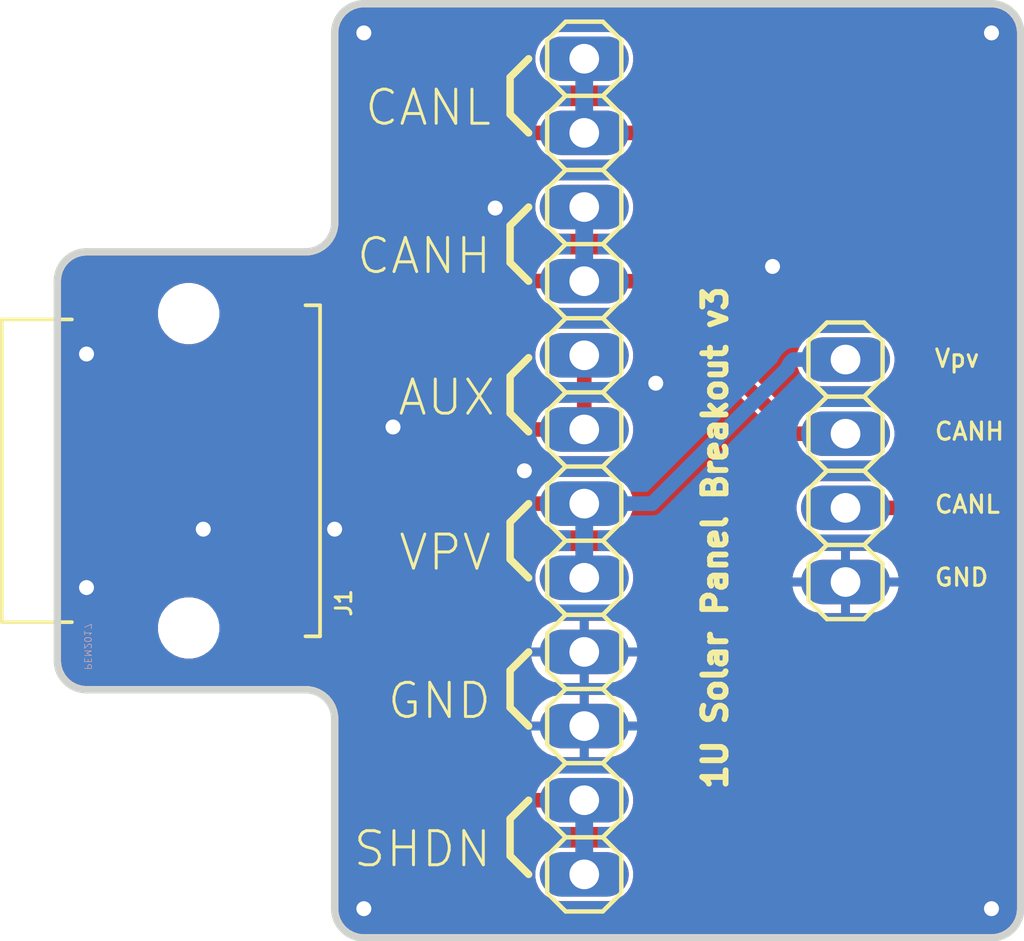
<source format=kicad_pcb>
(kicad_pcb (version 20241229) (generator "pcbnew") (generator_version "9.0")
  (layers (0 "F.Cu" signal) (2 "B.Cu" signal) (13 "F.Paste" user) (15 "B.Paste" user) (5 "F.SilkS" user "F.Silkscreen") (7 "B.SilkS" user "B.Silkscreen") (1 "F.Mask" user) (3 "B.Mask" user) (25 "Edge.Cuts" user))
  (net 0 "")
  (net 1 "ORESAT-SHDN")
  (net 2 "CANL")
  (net 3 "CANH")
  (net 4 "VPV")
  (net 5 "TP1")
  (net 6 "GND")
  (footprint "1u_panel_breakout:SCOPE_CLIP" (layer "F.Cu") (at 154.0011 91.0036 90)
    (property "Reference" "U$2" (hide yes))
    (property "Value" "SCOPE_CLIP" (hide yes))
  )
  (footprint "1u_panel_breakout:SCOPE_CLIP" (layer "F.Cu") (at 163.0011 112.0036)
    (property "Reference" "U$3" (hide yes))
    (property "Value" "SCOPE_CLIP" (hide yes))
  )
  (footprint "1u_panel_breakout:1X12" (layer "F.Cu") (at 150.0511 104.8586 -90)
    (property "Reference" "JP1" (hide yes))
    (property "Value" "")
    (fp_line (start -13.335 1.27) (end -14.605 1.27) (stroke (width 0.1524)) (layer "F.SilkS"))
    (fp_line (start -12.065 1.27) (end -12.7 0.635) (stroke (width 0.1524)) (layer "F.SilkS"))
    (fp_line (start -10.795 1.27) (end -12.065 1.27) (stroke (width 0.1524)) (layer "F.SilkS"))
    (fp_line (start -9.525 1.27) (end -10.16 0.635) (stroke (width 0.1524)) (layer "F.SilkS"))
    (fp_line (start -8.255 1.27) (end -9.525 1.27) (stroke (width 0.1524)) (layer "F.SilkS"))
    (fp_line (start -5.715 1.27) (end -6.985 1.27) (stroke (width 0.1524)) (layer "F.SilkS"))
    (fp_line (start -4.445 1.27) (end -5.08 0.635) (stroke (width 0.1524)) (layer "F.SilkS"))
    (fp_line (start -3.175 1.27) (end -4.445 1.27) (stroke (width 0.1524)) (layer "F.SilkS"))
    (fp_line (start -1.905 1.27) (end -2.54 0.635) (stroke (width 0.1524)) (layer "F.SilkS"))
    (fp_line (start -0.635 1.27) (end -1.905 1.27) (stroke (width 0.1524)) (layer "F.SilkS"))
    (fp_line (start 1.905 1.27) (end 0.635 1.27) (stroke (width 0.1524)) (layer "F.SilkS"))
    (fp_line (start 3.175 1.27) (end 2.54 0.635) (stroke (width 0.1524)) (layer "F.SilkS"))
    (fp_line (start 4.445 1.27) (end 3.175 1.27) (stroke (width 0.1524)) (layer "F.SilkS"))
    (fp_line (start 5.715 1.27) (end 5.08 0.635) (stroke (width 0.1524)) (layer "F.SilkS"))
    (fp_line (start 6.985 1.27) (end 5.715 1.27) (stroke (width 0.1524)) (layer "F.SilkS"))
    (fp_line (start 9.525 1.27) (end 8.255 1.27) (stroke (width 0.1524)) (layer "F.SilkS"))
    (fp_line (start 10.795 1.27) (end 10.16 0.635) (stroke (width 0.1524)) (layer "F.SilkS"))
    (fp_line (start 12.065 1.27) (end 10.795 1.27) (stroke (width 0.1524)) (layer "F.SilkS"))
    (fp_line (start 13.335 1.27) (end 12.7 0.635) (stroke (width 0.1524)) (layer "F.SilkS"))
    (fp_line (start 14.605 1.27) (end 13.335 1.27) (stroke (width 0.1524)) (layer "F.SilkS"))
    (fp_line (start -15.24 0.635) (end -14.605 1.27) (stroke (width 0.1524)) (layer "F.SilkS"))
    (fp_line (start -12.7 0.635) (end -13.335 1.27) (stroke (width 0.1524)) (layer "F.SilkS"))
    (fp_line (start -10.16 0.635) (end -10.795 1.27) (stroke (width 0.1524)) (layer "F.SilkS"))
    (fp_line (start -7.62 0.635) (end -8.255 1.27) (stroke (width 0.1524)) (layer "F.SilkS"))
    (fp_line (start -7.62 0.635) (end -6.985 1.27) (stroke (width 0.1524)) (layer "F.SilkS"))
    (fp_line (start -5.08 0.635) (end -5.715 1.27) (stroke (width 0.1524)) (layer "F.SilkS"))
    (fp_line (start -2.54 0.635) (end -3.175 1.27) (stroke (width 0.1524)) (layer "F.SilkS"))
    (fp_line (start 0 0.635) (end -0.635 1.27) (stroke (width 0.1524)) (layer "F.SilkS"))
    (fp_line (start 0 0.635) (end 0.635 1.27) (stroke (width 0.1524)) (layer "F.SilkS"))
    (fp_line (start 2.54 0.635) (end 1.905 1.27) (stroke (width 0.1524)) (layer "F.SilkS"))
    (fp_line (start 5.08 0.635) (end 4.445 1.27) (stroke (width 0.1524)) (layer "F.SilkS"))
    (fp_line (start 7.62 0.635) (end 6.985 1.27) (stroke (width 0.1524)) (layer "F.SilkS"))
    (fp_line (start 7.62 0.635) (end 8.255 1.27) (stroke (width 0.1524)) (layer "F.SilkS"))
    (fp_line (start 10.16 0.635) (end 9.525 1.27) (stroke (width 0.1524)) (layer "F.SilkS"))
    (fp_line (start 12.7 0.635) (end 12.065 1.27) (stroke (width 0.1524)) (layer "F.SilkS"))
    (fp_line (start 15.24 0.635) (end 14.605 1.27) (stroke (width 0.1524)) (layer "F.SilkS"))
    (fp_line (start -15.24 -0.635) (end -15.24 0.635) (stroke (width 0.1524)) (layer "F.SilkS"))
    (fp_line (start -12.7 -0.635) (end -12.7 0.635) (stroke (width 0.1524)) (layer "F.SilkS"))
    (fp_line (start -12.7 -0.635) (end -12.065 -1.27) (stroke (width 0.1524)) (layer "F.SilkS"))
    (fp_line (start -10.16 -0.635) (end -10.16 0.635) (stroke (width 0.1524)) (layer "F.SilkS"))
    (fp_line (start -10.16 -0.635) (end -9.525 -1.27) (stroke (width 0.1524)) (layer "F.SilkS"))
    (fp_line (start -7.62 -0.635) (end -7.62 0.635) (stroke (width 0.1524)) (layer "F.SilkS"))
    (fp_line (start -5.08 -0.635) (end -5.08 0.635) (stroke (width 0.1524)) (layer "F.SilkS"))
    (fp_line (start -5.08 -0.635) (end -4.445 -1.27) (stroke (width 0.1524)) (layer "F.SilkS"))
    (fp_line (start -2.54 -0.635) (end -2.54 0.635) (stroke (width 0.1524)) (layer "F.SilkS"))
    (fp_line (start -2.54 -0.635) (end -1.905 -1.27) (stroke (width 0.1524)) (layer "F.SilkS"))
    (fp_line (start 0 -0.635) (end 0 0.635) (stroke (width 0.1524)) (layer "F.SilkS"))
    (fp_line (start 2.54 -0.635) (end 2.54 0.635) (stroke (width 0.1524)) (layer "F.SilkS"))
    (fp_line (start 2.54 -0.635) (end 3.175 -1.27) (stroke (width 0.1524)) (layer "F.SilkS"))
    (fp_line (start 5.08 -0.635) (end 5.08 0.635) (stroke (width 0.1524)) (layer "F.SilkS"))
    (fp_line (start 5.08 -0.635) (end 5.715 -1.27) (stroke (width 0.1524)) (layer "F.SilkS"))
    (fp_line (start 7.62 -0.635) (end 7.62 0.635) (stroke (width 0.1524)) (layer "F.SilkS"))
    (fp_line (start 10.16 -0.635) (end 10.16 0.635) (stroke (width 0.1524)) (layer "F.SilkS"))
    (fp_line (start 10.16 -0.635) (end 10.795 -1.27) (stroke (width 0.1524)) (layer "F.SilkS"))
    (fp_line (start 12.7 -0.635) (end 12.7 0.635) (stroke (width 0.1524)) (layer "F.SilkS"))
    (fp_line (start 12.7 -0.635) (end 13.335 -1.27) (stroke (width 0.1524)) (layer "F.SilkS"))
    (fp_line (start 15.24 -0.635) (end 15.24 0.635) (stroke (width 0.1524)) (layer "F.SilkS"))
    (fp_line (start -14.605 -1.27) (end -15.24 -0.635) (stroke (width 0.1524)) (layer "F.SilkS"))
    (fp_line (start -14.605 -1.27) (end -13.335 -1.27) (stroke (width 0.1524)) (layer "F.SilkS"))
    (fp_line (start -13.335 -1.27) (end -12.7 -0.635) (stroke (width 0.1524)) (layer "F.SilkS"))
    (fp_line (start -12.065 -1.27) (end -10.795 -1.27) (stroke (width 0.1524)) (layer "F.SilkS"))
    (fp_line (start -10.795 -1.27) (end -10.16 -0.635) (stroke (width 0.1524)) (layer "F.SilkS"))
    (fp_line (start -9.525 -1.27) (end -8.255 -1.27) (stroke (width 0.1524)) (layer "F.SilkS"))
    (fp_line (start -8.255 -1.27) (end -7.62 -0.635) (stroke (width 0.1524)) (layer "F.SilkS"))
    (fp_line (start -6.985 -1.27) (end -7.62 -0.635) (stroke (width 0.1524)) (layer "F.SilkS"))
    (fp_line (start -6.985 -1.27) (end -5.715 -1.27) (stroke (width 0.1524)) (layer "F.SilkS"))
    (fp_line (start -5.715 -1.27) (end -5.08 -0.635) (stroke (width 0.1524)) (layer "F.SilkS"))
    (fp_line (start -4.445 -1.27) (end -3.175 -1.27) (stroke (width 0.1524)) (layer "F.SilkS"))
    (fp_line (start -3.175 -1.27) (end -2.54 -0.635) (stroke (width 0.1524)) (layer "F.SilkS"))
    (fp_line (start -1.905 -1.27) (end -0.635 -1.27) (stroke (width 0.1524)) (layer "F.SilkS"))
    (fp_line (start -0.635 -1.27) (end 0 -0.635) (stroke (width 0.1524)) (layer "F.SilkS"))
    (fp_line (start 0.635 -1.27) (end 0 -0.635) (stroke (width 0.1524)) (layer "F.SilkS"))
    (fp_line (start 0.635 -1.27) (end 1.905 -1.27) (stroke (width 0.1524)) (layer "F.SilkS"))
    (fp_line (start 1.905 -1.27) (end 2.54 -0.635) (stroke (width 0.1524)) (layer "F.SilkS"))
    (fp_line (start 3.175 -1.27) (end 4.445 -1.27) (stroke (width 0.1524)) (layer "F.SilkS"))
    (fp_line (start 4.445 -1.27) (end 5.08 -0.635) (stroke (width 0.1524)) (layer "F.SilkS"))
    (fp_line (start 5.715 -1.27) (end 6.985 -1.27) (stroke (width 0.1524)) (layer "F.SilkS"))
    (fp_line (start 6.985 -1.27) (end 7.62 -0.635) (stroke (width 0.1524)) (layer "F.SilkS"))
    (fp_line (start 8.255 -1.27) (end 7.62 -0.635) (stroke (width 0.1524)) (layer "F.SilkS"))
    (fp_line (start 8.255 -1.27) (end 9.525 -1.27) (stroke (width 0.1524)) (layer "F.SilkS"))
    (fp_line (start 9.525 -1.27) (end 10.16 -0.635) (stroke (width 0.1524)) (layer "F.SilkS"))
    (fp_line (start 10.795 -1.27) (end 12.065 -1.27) (stroke (width 0.1524)) (layer "F.SilkS"))
    (fp_line (start 12.065 -1.27) (end 12.7 -0.635) (stroke (width 0.1524)) (layer "F.SilkS"))
    (fp_line (start 13.335 -1.27) (end 14.605 -1.27) (stroke (width 0.1524)) (layer "F.SilkS"))
    (fp_line (start 14.605 -1.27) (end 15.24 -0.635) (stroke (width 0.1524)) (layer "F.SilkS"))
    (pad "1" thru_hole oval (at -13.97 0) (size 3.048 1.524) (drill 1.016) (layers "*.Cu" "*.Mask") (net 2 "CANL"))
    (pad "2" thru_hole oval (at -11.43 0) (size 3.048 1.524) (drill 1.016) (layers "*.Cu" "*.Mask") (net 2 "CANL"))
    (pad "3" thru_hole oval (at -8.89 0) (size 3.048 1.524) (drill 1.016) (layers "*.Cu" "*.Mask") (net 3 "CANH"))
    (pad "4" thru_hole oval (at -6.35 0) (size 3.048 1.524) (drill 1.016) (layers "*.Cu" "*.Mask") (net 3 "CANH"))
    (pad "5" thru_hole oval (at -3.81 0) (size 3.048 1.524) (drill 1.016) (layers "*.Cu" "*.Mask") (net 5 "TP1"))
    (pad "6" thru_hole oval (at -1.27 0) (size 3.048 1.524) (drill 1.016) (layers "*.Cu" "*.Mask") (net 5 "TP1"))
    (pad "7" thru_hole oval (at 1.27 0) (size 3.048 1.524) (drill 1.016) (layers "*.Cu" "*.Mask") (net 4 "VPV"))
    (pad "8" thru_hole oval (at 3.81 0) (size 3.048 1.524) (drill 1.016) (layers "*.Cu" "*.Mask") (net 4 "VPV"))
    (pad "9" thru_hole oval (at 6.35 0) (size 3.048 1.524) (drill 1.016) (layers "*.Cu" "*.Mask") (net 6 "GND"))
    (pad "10" thru_hole oval (at 8.89 0) (size 3.048 1.524) (drill 1.016) (layers "*.Cu" "*.Mask") (net 6 "GND"))
    (pad "11" thru_hole oval (at 11.43 0) (size 3.048 1.524) (drill 1.016) (layers "*.Cu" "*.Mask") (net 1 "ORESAT-SHDN"))
    (pad "12" thru_hole oval (at 13.97 0) (size 3.048 1.524) (drill 1.016) (layers "*.Cu" "*.Mask") (net 1 "ORESAT-SHDN"))
  )
  (footprint "1u_panel_breakout:1X04_325" (layer "F.Cu") (at 159.0011 105.0036 -90)
    (property "Reference" "JP2" (hide yes))
    (property "Value" "")
    (fp_line (start -3.175 1.27) (end -4.445 1.27) (stroke (width 0.1524)) (layer "F.SilkS"))
    (fp_line (start -1.905 1.27) (end -2.54 0.635) (stroke (width 0.1524)) (layer "F.SilkS"))
    (fp_line (start -0.635 1.27) (end -1.905 1.27) (stroke (width 0.1524)) (layer "F.SilkS"))
    (fp_line (start 0.635 1.27) (end 0 0.635) (stroke (width 0.1524)) (layer "F.SilkS"))
    (fp_line (start 1.905 1.27) (end 0.635 1.27) (stroke (width 0.1524)) (layer "F.SilkS"))
    (fp_line (start 4.445 1.27) (end 3.175 1.27) (stroke (width 0.1524)) (layer "F.SilkS"))
    (fp_line (start -5.08 0.635) (end -4.445 1.27) (stroke (width 0.1524)) (layer "F.SilkS"))
    (fp_line (start -2.54 0.635) (end -3.175 1.27) (stroke (width 0.1524)) (layer "F.SilkS"))
    (fp_line (start 0 0.635) (end -0.635 1.27) (stroke (width 0.1524)) (layer "F.SilkS"))
    (fp_line (start 2.54 0.635) (end 1.905 1.27) (stroke (width 0.1524)) (layer "F.SilkS"))
    (fp_line (start 2.54 0.635) (end 3.175 1.27) (stroke (width 0.1524)) (layer "F.SilkS"))
    (fp_line (start 5.08 0.635) (end 4.445 1.27) (stroke (width 0.1524)) (layer "F.SilkS"))
    (fp_line (start -5.08 -0.635) (end -5.08 0.635) (stroke (width 0.1524)) (layer "F.SilkS"))
    (fp_line (start -2.54 -0.635) (end -2.54 0.635) (stroke (width 0.1524)) (layer "F.SilkS"))
    (fp_line (start -2.54 -0.635) (end -1.905 -1.27) (stroke (width 0.1524)) (layer "F.SilkS"))
    (fp_line (start 0 -0.635) (end 0 0.635) (stroke (width 0.1524)) (layer "F.SilkS"))
    (fp_line (start 0 -0.635) (end 0.635 -1.27) (stroke (width 0.1524)) (layer "F.SilkS"))
    (fp_line (start 2.54 -0.635) (end 2.54 0.635) (stroke (width 0.1524)) (layer "F.SilkS"))
    (fp_line (start 5.08 -0.635) (end 5.08 0.635) (stroke (width 0.1524)) (layer "F.SilkS"))
    (fp_line (start -4.445 -1.27) (end -5.08 -0.635) (stroke (width 0.1524)) (layer "F.SilkS"))
    (fp_line (start -4.445 -1.27) (end -3.175 -1.27) (stroke (width 0.1524)) (layer "F.SilkS"))
    (fp_line (start -3.175 -1.27) (end -2.54 -0.635) (stroke (width 0.1524)) (layer "F.SilkS"))
    (fp_line (start -1.905 -1.27) (end -0.635 -1.27) (stroke (width 0.1524)) (layer "F.SilkS"))
    (fp_line (start -0.635 -1.27) (end 0 -0.635) (stroke (width 0.1524)) (layer "F.SilkS"))
    (fp_line (start 0.635 -1.27) (end 1.905 -1.27) (stroke (width 0.1524)) (layer "F.SilkS"))
    (fp_line (start 1.905 -1.27) (end 2.54 -0.635) (stroke (width 0.1524)) (layer "F.SilkS"))
    (fp_line (start 3.175 -1.27) (end 2.54 -0.635) (stroke (width 0.1524)) (layer "F.SilkS"))
    (fp_line (start 3.175 -1.27) (end 4.445 -1.27) (stroke (width 0.1524)) (layer "F.SilkS"))
    (fp_line (start 4.445 -1.27) (end 5.08 -0.635) (stroke (width 0.1524)) (layer "F.SilkS"))
    (pad "1" thru_hole oval (at -3.81 0) (size 3.048 1.524) (drill 1.016) (layers "*.Cu" "*.Mask") (net 4 "VPV"))
    (pad "2" thru_hole oval (at -1.27 0) (size 3.048 1.524) (drill 1.016) (layers "*.Cu" "*.Mask") (net 3 "CANH"))
    (pad "3" thru_hole oval (at 1.27 0) (size 3.048 1.524) (drill 1.016) (layers "*.Cu" "*.Mask") (net 2 "CANL"))
    (pad "4" thru_hole oval (at 3.81 0) (size 3.048 1.524) (drill 1.016) (layers "*.Cu" "*.Mask") (net 6 "GND"))
  )
  (footprint "1u_panel_breakout:M55-7101242R" (layer "F.Cu") (at 136.5011 105.0036 -90)
    (property "Reference" "J1" (at 4 -5 90) (layer "F.SilkS") (effects (font (size 0.5334 0.5334) (thickness 0.1016)) (justify right top)))
    (property "Value" "M55-7101242R" (hide yes))
    (fp_line (start -5.185 6.4) (end -5.185 4) (stroke (width 0.127)) (layer "F.SilkS"))
    (fp_line (start 5.185 6.4) (end -5.185 6.4) (stroke (width 0.127)) (layer "F.SilkS"))
    (fp_line (start 5.185 6.4) (end 5.185 4) (stroke (width 0.127)) (layer "F.SilkS"))
    (fp_line (start 5.67 -4) (end 5.67 -4.5) (stroke (width 0.127)) (layer "F.SilkS"))
    (fp_line (start -5.67 -4.5) (end -5.67 -4) (stroke (width 0.127)) (layer "F.SilkS"))
    (fp_line (start 5.67 -4.5) (end -5.67 -4.5) (stroke (width 0.127)) (layer "F.SilkS"))
    (pad "" np_thru_hole circle (at -5.385 0 270) (size 1.6 1.6) (drill 1.6) (layers "*.Cu" "*.Mask"))
    (pad "" np_thru_hole circle (at 5.385 0 270) (size 1.6 1.6) (drill 1.6) (layers "*.Cu" "*.Mask"))
    (pad "1" smd rect (at 3.175 -2 270) (size 0.8 0.8) (layers "F.Cu" "F.Mask" "F.Paste") (net 1 "ORESAT-SHDN"))
    (pad "2" smd rect (at 3.175 -3.27 270) (size 0.8 0.8) (layers "F.Cu" "F.Mask" "F.Paste") (net 1 "ORESAT-SHDN"))
    (pad "3" smd rect (at 1.905 -2 270) (size 0.8 0.8) (layers "F.Cu" "F.Mask" "F.Paste") (net 6 "GND"))
    (pad "4" smd rect (at 1.905 -3.27 270) (size 0.8 0.8) (layers "F.Cu" "F.Mask" "F.Paste") (net 6 "GND"))
    (pad "5" smd rect (at 0.635 -2 270) (size 0.8 0.8) (layers "F.Cu" "F.Mask" "F.Paste") (net 4 "VPV"))
    (pad "6" smd rect (at 0.635 -3.27 270) (size 0.8 0.8) (layers "F.Cu" "F.Mask" "F.Paste") (net 4 "VPV"))
    (pad "7" smd rect (at -0.635 -2 270) (size 0.8 0.8) (layers "F.Cu" "F.Mask" "F.Paste") (net 5 "TP1"))
    (pad "8" smd rect (at -0.635 -3.27 270) (size 0.8 0.8) (layers "F.Cu" "F.Mask" "F.Paste") (net 5 "TP1"))
    (pad "9" smd rect (at -1.905 -2 270) (size 0.8 0.8) (layers "F.Cu" "F.Mask" "F.Paste") (net 3 "CANH"))
    (pad "10" smd rect (at -1.905 -3.27 270) (size 0.8 0.8) (layers "F.Cu" "F.Mask" "F.Paste") (net 3 "CANH"))
    (pad "11" smd rect (at -3.175 -2 270) (size 0.8 0.8) (layers "F.Cu" "F.Mask" "F.Paste") (net 2 "CANL"))
    (pad "12" smd rect (at -3.175 -3.27 270) (size 0.8 0.8) (layers "F.Cu" "F.Mask" "F.Paste") (net 2 "CANL"))
    (pad "P$1" smd rect (at 5.67 -2.45 270) (size 1.2 2.7) (layers "F.Cu" "F.Mask" "F.Paste") (net 6 "GND"))
    (pad "P$2" smd rect (at 5.67 2.45 270) (size 1.2 2.7) (layers "F.Cu" "F.Mask" "F.Paste") (net 6 "GND"))
    (pad "P$3" smd rect (at -5.67 -2.45 270) (size 1.2 2.7) (layers "F.Cu" "F.Mask" "F.Paste") (net 6 "GND"))
    (pad "P$4" smd rect (at -5.67 2.45 270) (size 1.2 2.7) (layers "F.Cu" "F.Mask" "F.Paste") (net 6 "GND"))
  )
  (footprint "1u_panel_breakout:SCOPE_CLIP" (layer "F.Cu") (at 154.5011 119.0036 -90)
    (property "Reference" "U$1" (hide yes))
    (property "Value" "SCOPE_CLIP" (hide yes))
  )
  (gr_line (start 147.5111 101.7636) (end 147.5111 103.0336) (stroke (width 0.254)) (layer "F.SilkS"))
  (gr_line (start 148.1461 111.2086) (end 147.5111 111.8436) (stroke (width 0.254)) (layer "F.SilkS"))
  (gr_line (start 147.5111 111.8436) (end 147.5111 113.1136) (stroke (width 0.254)) (layer "F.SilkS"))
  (gr_line (start 147.5111 113.1136) (end 148.1461 113.7486) (stroke (width 0.254)) (layer "F.SilkS"))
  (gr_line (start 147.5111 108.0336) (end 148.1461 108.6686) (stroke (width 0.254)) (layer "F.SilkS"))
  (gr_line (start 147.5111 106.7636) (end 147.5111 108.0336) (stroke (width 0.254)) (layer "F.SilkS"))
  (gr_line (start 147.5111 118.1936) (end 148.1461 118.8286) (stroke (width 0.254)) (layer "F.SilkS"))
  (gr_line (start 147.5111 116.9236) (end 147.5111 118.1936) (stroke (width 0.254)) (layer "F.SilkS"))
  (gr_line (start 148.1461 106.1286) (end 147.5111 106.7636) (stroke (width 0.254)) (layer "F.SilkS"))
  (gr_line (start 147.5111 103.0336) (end 148.1461 103.6686) (stroke (width 0.254)) (layer "F.SilkS"))
  (gr_line (start 147.5111 97.8736) (end 148.1461 98.5086) (stroke (width 0.254)) (layer "F.SilkS"))
  (gr_line (start 148.1461 95.9686) (end 147.5111 96.6036) (stroke (width 0.254)) (layer "F.SilkS"))
  (gr_line (start 148.1461 90.8886) (end 147.5111 91.5236) (stroke (width 0.254)) (layer "F.SilkS"))
  (gr_line (start 147.5111 92.7936) (end 148.1461 93.4286) (stroke (width 0.254)) (layer "F.SilkS"))
  (gr_line (start 147.5111 91.5236) (end 147.5111 92.7936) (stroke (width 0.254)) (layer "F.SilkS"))
  (gr_line (start 148.1461 116.2886) (end 147.5111 116.9236) (stroke (width 0.254)) (layer "F.SilkS"))
  (gr_line (start 148.1461 101.1286) (end 147.5111 101.7636) (stroke (width 0.254)) (layer "F.SilkS"))
  (gr_line (start 147.5111 96.6036) (end 147.5111 97.8736) (stroke (width 0.254)) (layer "F.SilkS"))
  (gr_line (start 141.5011 113.5036) (end 141.5011 120.0036) (stroke (width 0.254)) (layer "Edge.Cuts"))
  (gr_arc (start 133.0011 112.5036) (mid 132.293993 112.210707) (end 132.0011 111.5036) (stroke (width 0.254)) (layer "Edge.Cuts"))
  (gr_line (start 140.5011 97.5036) (end 133.0011 97.5036) (stroke (width 0.254)) (layer "Edge.Cuts"))
  (gr_line (start 142.5011 121.0036) (end 164.0011 121.0036) (stroke (width 0.254)) (layer "Edge.Cuts"))
  (gr_line (start 164.0011 89.0036) (end 142.5011 89.0036) (stroke (width 0.254)) (layer "Edge.Cuts"))
  (gr_arc (start 140.5011 112.5036) (mid 141.208207 112.796493) (end 141.5011 113.5036) (stroke (width 0.254)) (layer "Edge.Cuts"))
  (gr_line (start 165.0011 120.0036) (end 165.0011 90.0036) (stroke (width 0.254)) (layer "Edge.Cuts"))
  (gr_arc (start 141.5011 96.5036) (mid 141.208207 97.210707) (end 140.5011 97.5036) (stroke (width 0.254)) (layer "Edge.Cuts"))
  (gr_arc (start 142.5011 121.0036) (mid 141.793993 120.710707) (end 141.5011 120.0036) (stroke (width 0.254)) (layer "Edge.Cuts"))
  (gr_line (start 132.0011 98.5036) (end 132.0011 111.5036) (stroke (width 0.254)) (layer "Edge.Cuts"))
  (gr_arc (start 165.0011 120.0036) (mid 164.708207 120.710707) (end 164.0011 121.0036) (stroke (width 0.254)) (layer "Edge.Cuts"))
  (gr_arc (start 141.5011 90.0036) (mid 141.793993 89.296493) (end 142.5011 89.0036) (stroke (width 0.254)) (layer "Edge.Cuts"))
  (gr_arc (start 132.0011 98.5036) (mid 132.293993 97.796493) (end 133.0011 97.5036) (stroke (width 0.254)) (layer "Edge.Cuts"))
  (gr_line (start 133.0011 112.5036) (end 140.5011 112.5036) (stroke (width 0.254)) (layer "Edge.Cuts"))
  (gr_arc (start 164.0011 89.0036) (mid 164.708207 89.296493) (end 165.0011 90.0036) (stroke (width 0.254)) (layer "Edge.Cuts"))
  (gr_line (start 141.5011 90.0036) (end 141.5011 96.5036) (stroke (width 0.254)) (layer "Edge.Cuts"))
  (gr_text "VPV" (at 143.633608 108.487244 0) (layer "F.SilkS") (effects (font (size 1.1684 1.1684) (thickness 0.1016)) (justify left bottom)))
  (gr_text "CANH" (at 142.187018 98.327244 0) (layer "F.SilkS") (effects (font (size 1.1684 1.1684) (thickness 0.1016)) (justify left bottom)))
  (gr_text "Vpv" (at 162.0011 101.5036 0) (layer "F.SilkS") (effects (font (size 0.595 0.595) (thickness 0.105)) (justify left bottom)))
  (gr_text "AUX" (at 143.601694 103.177244 0) (layer "F.SilkS") (effects (font (size 1.1684 1.1684) (thickness 0.1016)) (justify left bottom)))
  (gr_text "CANL" (at 162.0011 106.5036 0) (layer "F.SilkS") (effects (font (size 0.595 0.595) (thickness 0.105)) (justify left bottom)))
  (gr_text "CANH" (at 162.0011 104.0036 0) (layer "F.SilkS") (effects (font (size 0.595 0.595) (thickness 0.105)) (justify left bottom)))
  (gr_text "CANL" (at 142.465208 93.247244 0) (layer "F.SilkS") (effects (font (size 1.1684 1.1684) (thickness 0.1016)) (justify left bottom)))
  (gr_text "1U Solar Panel Breakout v3" (at 155.0011 116.0036 90) (layer "F.SilkS") (effects (font (size 0.8 0.8) (thickness 0.2)) (justify left bottom)))
  (gr_text "SHDN" (at 142.075742 118.647244 0) (layer "F.SilkS") (effects (font (size 1.1684 1.1684) (thickness 0.1016)) (justify left bottom)))
  (gr_text "GND" (at 143.244142 113.567244 0) (layer "F.SilkS") (effects (font (size 1.1684 1.1684) (thickness 0.1016)) (justify left bottom)))
  (gr_text "GND" (at 162.0011 109.0036 0) (layer "F.SilkS") (effects (font (size 0.595 0.595) (thickness 0.105)) (justify left bottom)))
  (gr_text "PEM2017" (at 132.9061 111.8436 -90) (layer "B.SilkS") (effects (font (size 0.23368 0.23368) (thickness 0.02032)) (justify left bottom mirror)))
  (segment (start 138.5011 108.1786) (end 139.7711 108.1786) (width 0.5) (layer "F.Cu") (net 1))
  (segment (start 140.5011 108.1786) (end 141.5761 108.1786) (width 0.5) (layer "F.Cu") (net 1))
  (segment (start 143.0661 109.6686) (end 143.0661 114.3836) (width 0.5) (layer "F.Cu") (net 1))
  (segment (start 141.5761 108.1786) (end 143.0661 109.6686) (width 0.5) (layer "F.Cu") (net 1))
  (segment (start 144.9711 116.2886) (end 143.0661 114.3836) (width 0.5) (layer "F.Cu") (net 1))
  (segment (start 139.7711 108.1786) (end 140.5011 108.1786) (width 0.5) (layer "F.Cu") (net 1))
  (segment (start 150.0511 116.2886) (end 144.9711 116.2886) (width 0.5) (layer "F.Cu") (net 1))
  (segment (start 150.0511 116.2886) (end 150.0511 118.8286) (width 0.6096) (layer "B.Cu") (net 1))
  (segment (start 139.7711 101.8286) (end 138.5011 101.8286) (width 0.5) (layer "F.Cu") (net 2))
  (segment (start 145.0011 95.0036) (end 146.5761 93.4286) (width 0.5) (layer "F.Cu") (net 2))
  (segment (start 146.5761 93.4286) (end 150.0511 93.4286) (width 0.5) (layer "F.Cu") (net 2))
  (segment (start 158.4261 93.4286) (end 163.0011 98.0036) (width 0.5) (layer "F.Cu") (net 2))
  (segment (start 150.0511 93.4286) (end 158.4261 93.4286) (width 0.5) (layer "F.Cu") (net 2))
  (segment (start 145.0011 98.5036) (end 145.0011 95.0036) (width 0.5) (layer "F.Cu") (net 2))
  (segment (start 163.0011 105.0036) (end 163.0011 98.0036) (width 0.5) (layer "F.Cu") (net 2))
  (segment (start 145.0011 98.5036) (end 141.6761 101.8286) (width 0.5) (layer "F.Cu") (net 2))
  (segment (start 141.6761 101.8286) (end 139.7711 101.8286) (width 0.5) (layer "F.Cu") (net 2))
  (segment (start 161.7311 106.2736) (end 163.0011 105.0036) (width 0.5) (layer "F.Cu") (net 2))
  (segment (start 159.0011 106.2736) (end 161.7311 106.2736) (width 0.5) (layer "F.Cu") (net 2))
  (segment (start 150.0511 93.4286) (end 150.0511 90.8886) (width 0.6096) (layer "B.Cu") (net 2))
  (segment (start 147.0011 98.5036) (end 142.4061 103.0986) (width 0.5) (layer "F.Cu") (net 3))
  (segment (start 157.2311 103.7336) (end 159.0011 103.7336) (width 0.5) (layer "F.Cu") (net 3))
  (segment (start 150.0511 98.5086) (end 150.0461 98.5036) (width 0.5) (layer "F.Cu") (net 3))
  (segment (start 150.0461 98.5036) (end 147.0011 98.5036) (width 0.5) (layer "F.Cu") (net 3))
  (segment (start 142.4061 103.0986) (end 139.7711 103.0986) (width 0.5) (layer "F.Cu") (net 3))
  (segment (start 150.0511 98.5086) (end 152.0061 98.5086) (width 0.5) (layer "F.Cu") (net 3))
  (segment (start 152.0061 98.5086) (end 157.2311 103.7336) (width 0.5) (layer "F.Cu") (net 3))
  (segment (start 139.7711 103.0986) (end 138.5011 103.0986) (width 0.5) (layer "F.Cu") (net 3))
  (segment (start 150.0511 98.5086) (end 150.0511 95.9686) (width 0.6096) (layer "B.Cu") (net 3))
  (segment (start 138.5011 105.6386) (end 139.7711 105.6386) (width 0.5) (layer "F.Cu") (net 4))
  (segment (start 150.0511 106.1286) (end 145.1261 106.1286) (width 0.5) (layer "F.Cu") (net 4))
  (segment (start 144.6361 105.6386) (end 145.1261 106.1286) (width 0.5) (layer "F.Cu") (net 4))
  (segment (start 139.7711 105.6386) (end 144.6361 105.6386) (width 0.5) (layer "F.Cu") (net 4))
  (segment (start 159.0011 101.1936) (end 157.225312 101.1936) (width 0.5) (layer "B.Cu") (net 4))
  (segment (start 150.0511 106.1286) (end 150.0511 108.6686) (width 0.6096) (layer "B.Cu") (net 4))
  (segment (start 152.3761 106.1286) (end 157.018206 101.486494) (width 0.5) (layer "B.Cu") (net 4))
  (segment (start 150.0511 106.1286) (end 152.3761 106.1286) (width 0.5) (layer "B.Cu") (net 4))
  (arc (start 157.018206 101.486494) (mid 157.092629 101.319449) (end 157.225312 101.1936) (width 0.5) (layer "B.Cu") (net 4))
  (segment (start 150.0511 103.5886) (end 147.4161 103.5886) (width 0.5) (layer "F.Cu") (net 5))
  (segment (start 138.5011 104.3686) (end 139.7711 104.3686) (width 0.5) (layer "F.Cu") (net 5))
  (segment (start 139.7711 104.3686) (end 146.6361 104.3686) (width 0.5) (layer "F.Cu") (net 5))
  (segment (start 147.4161 103.5886) (end 147.0011 104.0036) (width 0.5) (layer "F.Cu") (net 5))
  (segment (start 150.0511 101.0486) (end 150.0511 103.5886) (width 0.5) (layer "F.Cu") (net 5))
  (segment (start 146.6361 104.3686) (end 147.0011 104.0036) (width 0.5) (layer "F.Cu") (net 5))
  (via (at 143.5011 103.5036) (size 0.768) (drill 0.512) (layers "F.Cu" "B.Cu") (net 6))
  (via (at 164.0011 120.0036) (size 0.768) (drill 0.512) (layers "F.Cu" "B.Cu") (net 6))
  (via (at 156.5011 98.0036) (size 0.768) (drill 0.512) (layers "F.Cu" "B.Cu") (net 6))
  (via (at 147.0011 96.0036) (size 0.768) (drill 0.512) (layers "F.Cu" "B.Cu") (net 6))
  (via (at 152.5011 102.0036) (size 0.768) (drill 0.512) (layers "F.Cu" "B.Cu") (net 6))
  (via (at 133.0011 101.0036) (size 0.768) (drill 0.512) (layers "F.Cu" "B.Cu") (net 6))
  (via (at 142.5011 120.0036) (size 0.768) (drill 0.512) (layers "F.Cu" "B.Cu") (net 6))
  (via (at 133.0011 109.0036) (size 0.768) (drill 0.512) (layers "F.Cu" "B.Cu") (net 6))
  (via (at 137.0011 107.0036) (size 0.768) (drill 0.512) (layers "F.Cu" "B.Cu") (net 6))
  (via (at 142.5011 90.0036) (size 0.768) (drill 0.512) (layers "F.Cu" "B.Cu") (net 6))
  (via (at 148.0011 105.0036) (size 0.768) (drill 0.512) (layers "F.Cu" "B.Cu") (net 6))
  (via (at 141.5011 107.0036) (size 0.768) (drill 0.512) (layers "F.Cu" "B.Cu") (net 6))
  (via (at 164.0011 90.0036) (size 0.768) (drill 0.512) (layers "F.Cu" "B.Cu") (net 6))
  (zone (net 6) (net_name "GND") (layer "F.Cu") (priority 6) (connect_pads (clearance 0.000001)) (min_thickness 0.127) (fill yes (thermal_gap 0.304) (thermal_bridge_width 0.304))
    (polygon (pts (xy 164.221086 88.897653) (xy 164.432619 88.961819) (xy 164.627569 89.066022) (xy 164.798444 89.206256) (xy 164.938678 89.377131) (xy 165.045865 89.577664) (xy 165.1281 89.991092) (xy 165.1281 120.009839) (xy 165.107047 120.223586) (xy 165.042881 120.435119) (xy 164.938678 120.630069) (xy 164.798444 120.800944) (xy 164.627569 120.941178) (xy 164.427036 121.048365) (xy 164.013608 121.1306) (xy 142.494861 121.1306) (xy 142.281114 121.109547) (xy 142.069581 121.045381) (xy 141.874631 120.941178) (xy 141.703756 120.800944) (xy 141.563522 120.630069) (xy 141.456335 120.429536) (xy 141.3741 120.016108) (xy 141.3741 113.509835) (xy 141.356723 113.333412) (xy 141.307077 113.16975) (xy 141.226462 113.018929) (xy 141.11797 112.88673) (xy 140.985771 112.778238) (xy 140.840531 112.700605) (xy 140.488591 112.6306) (xy 132.994861 112.6306) (xy 132.781114 112.609547) (xy 132.569581 112.545381) (xy 132.374631 112.441178) (xy 132.203756 112.300944) (xy 132.063522 112.130069) (xy 131.956335 111.929536) (xy 131.8741 111.516108) (xy 131.8741 98.497361) (xy 131.895153 98.283614) (xy 131.959319 98.072081) (xy 132.063522 97.877131) (xy 132.203756 97.706256) (xy 132.374631 97.566022) (xy 132.575164 97.458835) (xy 132.988592 97.3766) (xy 140.494866 97.3766) (xy 140.671288 97.359224) (xy 140.83495 97.309578) (xy 140.985771 97.228963) (xy 141.11797 97.120471) (xy 141.226462 96.988272) (xy 141.304095 96.843032) (xy 141.3741 96.491091) (xy 141.3741 89.997361) (xy 141.395153 89.783614) (xy 141.459319 89.572081) (xy 141.563522 89.377131) (xy 141.703756 89.206256) (xy 141.874631 89.066022) (xy 142.075164 88.958835) (xy 142.488592 88.8766) (xy 164.007339 88.8766)))
  )
  (zone (net 6) (net_name "GND") (layer "B.Cu") (priority 6) (connect_pads (clearance 0.000001)) (min_thickness 0.127) (fill yes (thermal_gap 0.304) (thermal_bridge_width 0.304))
    (polygon (pts (xy 164.221086 88.897653) (xy 164.432619 88.961819) (xy 164.627569 89.066022) (xy 164.798444 89.206256) (xy 164.938678 89.377131) (xy 165.045865 89.577664) (xy 165.1281 89.991092) (xy 165.1281 120.009839) (xy 165.107047 120.223586) (xy 165.042881 120.435119) (xy 164.938678 120.630069) (xy 164.798444 120.800944) (xy 164.627569 120.941178) (xy 164.427036 121.048365) (xy 164.013608 121.1306) (xy 142.494861 121.1306) (xy 142.281114 121.109547) (xy 142.069581 121.045381) (xy 141.874631 120.941178) (xy 141.703756 120.800944) (xy 141.563522 120.630069) (xy 141.456335 120.429536) (xy 141.3741 120.016108) (xy 141.3741 113.509835) (xy 141.356723 113.333412) (xy 141.307077 113.16975) (xy 141.226462 113.018929) (xy 141.11797 112.88673) (xy 140.985771 112.778238) (xy 140.840531 112.700605) (xy 140.488591 112.6306) (xy 132.799466 112.6306) (xy 132.807219 112.564672) (xy 132.738749 112.557928) (xy 132.53709 112.496755) (xy 132.351239 112.397417) (xy 132.18834 112.263728) (xy 132.054651 112.100829) (xy 131.952328 111.909395) (xy 131.8741 111.516108) (xy 131.8741 98.497361) (xy 131.895153 98.283614) (xy 131.959319 98.072081) (xy 132.063522 97.877131) (xy 132.203756 97.706256) (xy 132.374631 97.566022) (xy 132.575164 97.458835) (xy 132.988592 97.3766) (xy 140.494866 97.3766) (xy 140.671288 97.359224) (xy 140.83495 97.309578) (xy 140.985771 97.228963) (xy 141.11797 97.120471) (xy 141.226462 96.988272) (xy 141.304095 96.843032) (xy 141.3741 96.491091) (xy 141.3741 89.997361) (xy 141.395153 89.783614) (xy 141.459319 89.572081) (xy 141.563522 89.377131) (xy 141.703756 89.206256) (xy 141.874631 89.066022) (xy 142.075164 88.958835) (xy 142.488592 88.8766) (xy 164.007339 88.8766)))
  )
)
</source>
